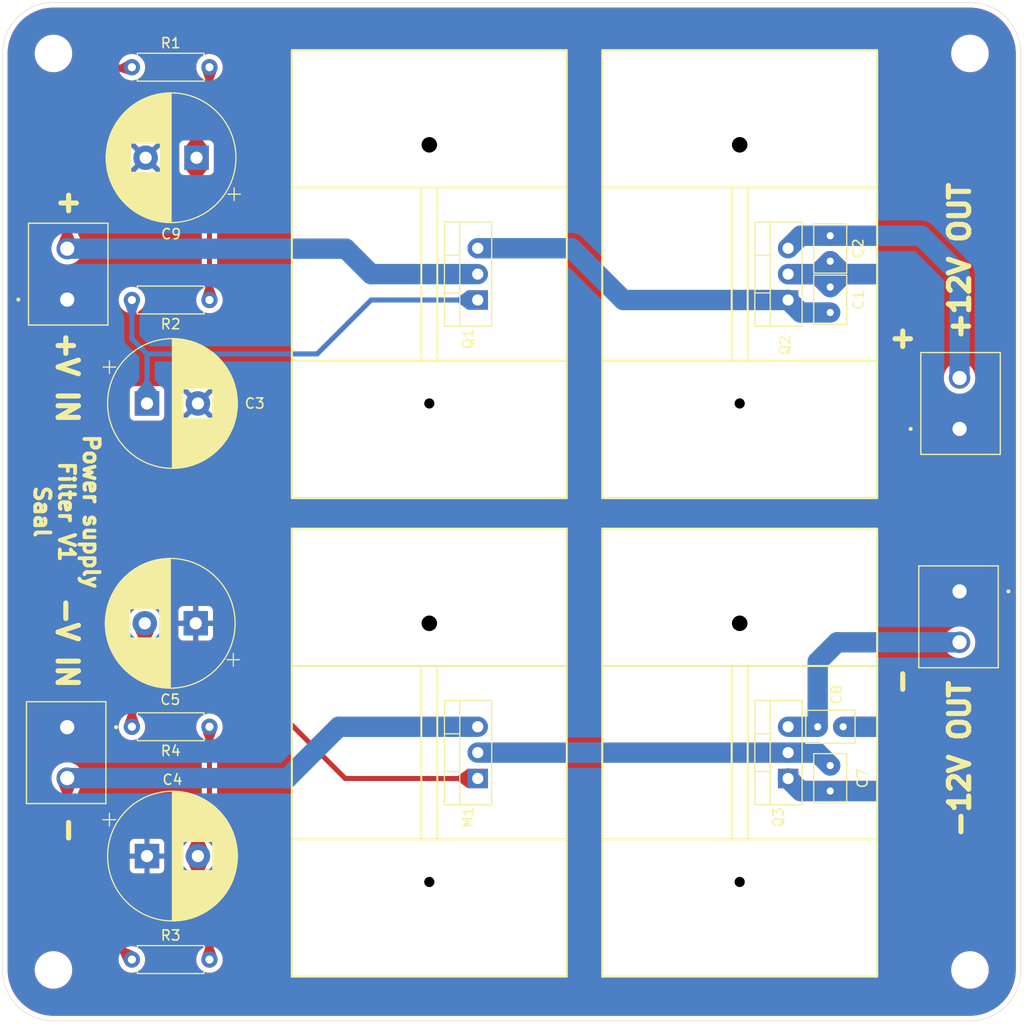
<source format=kicad_pcb>
(kicad_pcb (version 20240108) (generator "pcbnew") (generator_version "8.0")
  (layers (0 "F.Cu" signal) (31 "B.Cu" signal) (34 "B.Paste" user) (35 "F.Paste" user) (36 "B.SilkS" user "B.Silkscreen") (37 "F.SilkS" user "F.Silkscreen") (38 "B.Mask" user) (39 "F.Mask" user) (44 "Edge.Cuts" user))
  (net 0 "")
  (net 1 "GND")
  (net 2 "Net-(J1-Pin_2)")
  (net 3 "Net-(J4-Pin_2)")
  (net 4 "Net-(M1-C)")
  (net 5 "Net-(M1-B)")
  (net 6 "Net-(Q1-B)")
  (net 7 "Net-(Q1-E)")
  (net 8 "Net-(J2-Pin_2)")
  (net 9 "Net-(J3-Pin_2)")
  (net 10 "Net-(C4-Pad2)")
  (net 11 "Net-(C9-Pad1)")
  (footprint "analog_computing:Boyd Laconia, 529802B02500G, HEATSINK" (layer "F.Cu") (at 123.19 124.46 90)
    (property "Reference" "HS4" (hide yes))
    (property "Value" "Heatsink" (hide yes))
    (pad "" np_thru_hole circle (at -12.7 0 90) (size 1 1) (drill 3.4) (layers "*.Mask"))
    (pad "" np_thru_hole circle (at 12.7 0 90) (size 1.524 1.524) (drill 3.4) (layers "*.Mask"))
    (zone (net 0) (net_name "") (layers "F&B.Cu") (connect_pads (clearance 0)) (min_thickness 0.25)
      (keepout (tracks allowed) (vias allowed) (pads allowed) (copperpour not_allowed) (footprints allowed))
      (fill (thermal_gap 0.5) (thermal_bridge_width 0.5))
      (polygon (pts (xy 109.69 146.46) (xy 109.69 102.46) (xy 136.69 102.46) (xy 136.69 146.46)))
    )
  )
  (footprint "Capacitor_THT:C_Rect_L4.6mm_W3.0mm_P2.50mm_MKS02_FKP02" (layer "F.Cu") (at 133.35 121.92 180)
    (property "Reference" "C8" (at 0.635 3.175 90) (layer "F.SilkS"))
    (property "Value" "1u")
    (pad "1" thru_hole circle (at 0 0 180) (size 1.4 1.4) (drill 0.7) (layers "*.Cu" "*.Mask") (net 1 "GND"))
    (pad "2" thru_hole circle (at 2.5 0 180) (size 1.4 1.4) (drill 0.7) (layers "*.Cu" "*.Mask") (net 9 "Net-(J3-Pin_2)"))
  )
  (footprint "Resistor_THT:R_Axial_DIN0207_L6.3mm_D2.5mm_P7.62mm_Horizontal" (layer "F.Cu") (at 63.5 57.15)
    (property "Reference" "R1" (at 3.81 -2.37 0) (layer "F.SilkS"))
    (property "Value" "1k")
    (pad "1" thru_hole circle (at 0 0) (size 1.6 1.6) (drill 0.8) (layers "*.Cu" "*.Mask") (net 2 "Net-(J1-Pin_2)"))
    (pad "2" thru_hole oval (at 7.62 0) (size 1.6 1.6) (drill 0.8) (layers "*.Cu" "*.Mask") (net 11 "Net-(C9-Pad1)"))
  )
  (footprint "analog_computing:Boyd Laconia, 529802B02500G, HEATSINK" (layer "F.Cu") (at 123.19 77.47 90)
    (property "Reference" "HS2" (hide yes))
    (property "Value" "Heatsink" (hide yes))
    (pad "" np_thru_hole circle (at -12.7 0 90) (size 1 1) (drill 3.4) (layers "*.Mask"))
    (pad "" np_thru_hole circle (at 12.7 0 90) (size 1.524 1.524) (drill 3.4) (layers "*.Mask"))
    (zone (net 0) (net_name "") (layers "F&B.Cu") (connect_pads (clearance 0)) (min_thickness 0.25)
      (keepout (tracks allowed) (vias allowed) (pads allowed) (copperpour not_allowed) (footprints allowed))
      (fill (thermal_gap 0.5) (thermal_bridge_width 0.5))
      (polygon (pts (xy 109.69 99.47) (xy 109.69 55.47) (xy 136.69 55.47) (xy 136.69 99.47)))
    )
  )
  (footprint "Capacitor_THT:CP_Radial_D12.5mm_P5.00mm" (layer "F.Cu") (at 69.85 66.04 180)
    (property "Reference" "C9" (at 2.5 -7.5 0) (layer "F.SilkS"))
    (property "Value" "C_Polarized")
    (pad "1" thru_hole rect (at 0 0 180) (size 2.4 2.4) (drill 1.2) (layers "*.Cu" "*.Mask") (net 11 "Net-(C9-Pad1)"))
    (pad "2" thru_hole circle (at 5 0 180) (size 2.4 2.4) (drill 1.2) (layers "*.Cu" "*.Mask") (net 1 "GND"))
  )
  (footprint "Package_TO_SOT_THT:TO-220-3_Vertical" (layer "F.Cu") (at 127.945 127 90)
    (property "Reference" "Q3" (at -3.81 -0.945 90) (layer "F.SilkS"))
    (property "Value" "LM7912CT")
    (pad "1" thru_hole rect (at 0 0 90) (size 1.905 2) (drill 1.1) (layers "*.Cu" "*.Mask") (net 1 "GND"))
    (pad "2" thru_hole oval (at 2.54 0 90) (size 1.905 2) (drill 1.1) (layers "*.Cu" "*.Mask") (net 4 "Net-(M1-C)"))
    (pad "3" thru_hole oval (at 5.08 0 90) (size 1.905 2) (drill 1.1) (layers "*.Cu" "*.Mask") (net 9 "Net-(J3-Pin_2)"))
  )
  (footprint "analog_computing:Boyd Laconia, 529802B02500G, HEATSINK" (layer "F.Cu") (at 92.71 77.47 90)
    (property "Reference" "HS1" (hide yes))
    (property "Value" "Heatsink" (hide yes))
    (pad "" np_thru_hole circle (at -12.7 0 90) (size 1 1) (drill 3.4) (layers "*.Mask"))
    (pad "" np_thru_hole circle (at 12.7 0 90) (size 1.524 1.524) (drill 3.4) (layers "*.Mask"))
    (zone (net 0) (net_name "") (layers "F&B.Cu") (connect_pads (clearance 0)) (min_thickness 0.25)
      (keepout (tracks allowed) (vias allowed) (pads allowed) (copperpour not_allowed) (footprints allowed))
      (fill (thermal_gap 0.5) (thermal_bridge_width 0.5))
      (polygon (pts (xy 79.21 99.47) (xy 79.21 55.47) (xy 106.21 55.47) (xy 106.21 99.47)))
    )
  )
  (footprint "analog_computing:Boyd Laconia, 529802B02500G, HEATSINK" (layer "F.Cu") (at 92.71 124.46 90)
    (property "Reference" "HS3" (hide yes))
    (property "Value" "Heatsink" (hide yes))
    (pad "" np_thru_hole circle (at -12.7 0 90) (size 1 1) (drill 3.4) (layers "*.Mask"))
    (pad "" np_thru_hole circle (at 12.7 0 90) (size 1.524 1.524) (drill 3.4) (layers "*.Mask"))
    (zone (net 0) (net_name "") (layers "F&B.Cu") (connect_pads (clearance 0)) (min_thickness 0.25)
      (keepout (tracks allowed) (vias allowed) (pads allowed) (copperpour not_allowed) (footprints allowed))
      (fill (thermal_gap 0.5) (thermal_bridge_width 0.5))
      (polygon (pts (xy 79.21 146.46) (xy 79.21 102.46) (xy 106.21 102.46) (xy 106.21 146.46)))
    )
  )
  (footprint "Resistor_THT:R_Axial_DIN0207_L6.3mm_D2.5mm_P7.62mm_Horizontal" (layer "F.Cu") (at 71.12 121.92 180)
    (property "Reference" "R4" (at 3.81 -2.37 0) (layer "F.SilkS"))
    (property "Value" "1k")
    (pad "1" thru_hole circle (at 0 0 180) (size 1.6 1.6) (drill 0.8) (layers "*.Cu" "*.Mask") (net 10 "Net-(C4-Pad2)"))
    (pad "2" thru_hole oval (at 7.62 0 180) (size 1.6 1.6) (drill 0.8) (layers "*.Cu" "*.Mask") (net 5 "Net-(M1-B)"))
  )
  (footprint "Resistor_THT:R_Axial_DIN0207_L6.3mm_D2.5mm_P7.62mm_Horizontal" (layer "F.Cu") (at 63.5 144.78)
    (property "Reference" "R3" (at 3.81 -2.37 0) (layer "F.SilkS"))
    (property "Value" "1k")
    (pad "1" thru_hole circle (at 0 0) (size 1.6 1.6) (drill 0.8) (layers "*.Cu" "*.Mask") (net 3 "Net-(J4-Pin_2)"))
    (pad "2" thru_hole oval (at 7.62 0) (size 1.6 1.6) (drill 0.8) (layers "*.Cu" "*.Mask") (net 10 "Net-(C4-Pad2)"))
  )
  (footprint "MountingHole:MountingHole_3.2mm_M3_DIN965" (layer "F.Cu") (at 55.8 145.8)
    (property "Reference" "H4" (hide yes))
    (property "Value" "MountingHole")
    (pad "" np_thru_hole circle (at 0 0) (size 3.2 3.2) (drill 3.2) (layers "*.Cu" "*.Mask"))
  )
  (footprint "MountingHole:MountingHole_3.2mm_M3_DIN965" (layer "F.Cu") (at 55.8 55.8)
    (property "Reference" "H1" (hide yes))
    (property "Value" "MountingHole")
    (pad "" np_thru_hole circle (at 0 0) (size 3.2 3.2) (drill 3.2) (layers "*.Cu" "*.Mask"))
  )
  (footprint "analog_computing:TerminalBlock_TB003-500-P02BE" (layer "F.Cu") (at 57.15 124.46 -90)
    (property "Reference" "J4" (hide yes))
    (property "Value" "Screw_Terminal_01x02" (hide yes))
    (pad "1" thru_hole rect (at -2.5 0 270) (size 2.1 2.1) (drill 1.4) (layers "*.Cu" "*.Mask") (net 1 "GND"))
    (pad "2" thru_hole circle (at 2.5 0 270) (size 2.1 2.1) (drill 1.4) (layers "*.Cu" "*.Mask") (net 3 "Net-(J4-Pin_2)"))
  )
  (footprint "analog_computing:TerminalBlock_TB003-500-P02BE" (layer "F.Cu") (at 144.78 111.125 -90)
    (property "Reference" "J3" (hide yes))
    (property "Value" "Screw_Terminal_01x02" (hide yes))
    (pad "1" thru_hole rect (at -2.5 0 270) (size 2.1 2.1) (drill 1.4) (layers "*.Cu" "*.Mask") (net 1 "GND"))
    (pad "2" thru_hole circle (at 2.5 0 270) (size 2.1 2.1) (drill 1.4) (layers "*.Cu" "*.Mask") (net 9 "Net-(J3-Pin_2)"))
  )
  (footprint "Package_TO_SOT_THT:TO-220-3_Vertical" (layer "F.Cu") (at 127.945 80.01 90)
    (property "Reference" "Q2" (at -4.445 -0.31 90) (layer "F.SilkS"))
    (property "Value" "LM340T-12/NOPB")
    (pad "1" thru_hole rect (at 0 0 90) (size 1.905 2) (drill 1.1) (layers "*.Cu" "*.Mask") (net 7 "Net-(Q1-E)"))
    (pad "2" thru_hole oval (at 2.54 0 90) (size 1.905 2) (drill 1.1) (layers "*.Cu" "*.Mask") (net 1 "GND"))
    (pad "3" thru_hole oval (at 5.08 0 90) (size 1.905 2) (drill 1.1) (layers "*.Cu" "*.Mask") (net 8 "Net-(J2-Pin_2)"))
  )
  (footprint "Package_TO_SOT_THT:TO-220-3_Vertical" (layer "F.Cu") (at 97.465 80.01 90)
    (property "Reference" "Q1" (at -3.81 -0.945 90) (layer "F.SilkS"))
    (property "Value" "Q_NPN_Darlington_BCE" (hide yes))
    (pad "1" thru_hole rect (at 0 0 90) (size 1.905 2) (drill 1.1) (layers "*.Cu" "*.Mask") (net 6 "Net-(Q1-B)"))
    (pad "2" thru_hole oval (at 2.54 0 90) (size 1.905 2) (drill 1.1) (layers "*.Cu" "*.Mask") (net 2 "Net-(J1-Pin_2)"))
    (pad "3" thru_hole oval (at 5.08 0 90) (size 1.905 2) (drill 1.1) (layers "*.Cu" "*.Mask") (net 7 "Net-(Q1-E)"))
  )
  (footprint "Capacitor_THT:CP_Radial_D12.5mm_P5.00mm" (layer "F.Cu") (at 64.986041 90.17)
    (property "Reference" "C3" (at 10.578959 0 0) (layer "F.SilkS"))
    (property "Value" "C_Polarized")
    (pad "1" thru_hole rect (at 0 0) (size 2.4 2.4) (drill 1.2) (layers "*.Cu" "*.Mask") (net 6 "Net-(Q1-B)"))
    (pad "2" thru_hole circle (at 5 0) (size 2.4 2.4) (drill 1.2) (layers "*.Cu" "*.Mask") (net 1 "GND"))
  )
  (footprint "Capacitor_THT:CP_Radial_D12.5mm_P5.00mm" (layer "F.Cu") (at 69.77 111.76 180)
    (property "Reference" "C5" (at 2.5 -7.5 0) (layer "F.SilkS"))
    (property "Value" "C_Polarized")
    (pad "1" thru_hole rect (at 0 0 180) (size 2.4 2.4) (drill 1.2) (layers "*.Cu" "*.Mask") (net 1 "GND"))
    (pad "2" thru_hole circle (at 5 0 180) (size 2.4 2.4) (drill 1.2) (layers "*.Cu" "*.Mask") (net 5 "Net-(M1-B)"))
  )
  (footprint "analog_computing:TerminalBlock_TB003-500-P02BE" (layer "F.Cu") (at 144.78 90.17 90)
    (property "Reference" "J2" (hide yes))
    (property "Value" "Screw_Terminal_01x02" (hide yes))
    (pad "1" thru_hole rect (at -2.5 0 90) (size 2.1 2.1) (drill 1.4) (layers "*.Cu" "*.Mask") (net 1 "GND"))
    (pad "2" thru_hole circle (at 2.5 0 90) (size 2.1 2.1) (drill 1.4) (layers "*.Cu" "*.Mask") (net 8 "Net-(J2-Pin_2)"))
  )
  (footprint "Capacitor_THT:C_Rect_L4.6mm_W3.0mm_P2.50mm_MKS02_FKP02" (layer "F.Cu") (at 132.08 81.24 90)
    (property "Reference" "C1" (at 1.23 2.794 90) (layer "F.SilkS"))
    (property "Value" "2.2u")
    (pad "1" thru_hole circle (at 0 0 90) (size 1.4 1.4) (drill 0.7) (layers "*.Cu" "*.Mask") (net 7 "Net-(Q1-E)"))
    (pad "2" thru_hole circle (at 2.5 0 90) (size 1.4 1.4) (drill 0.7) (layers "*.Cu" "*.Mask") (net 1 "GND"))
  )
  (footprint "Capacitor_THT:C_Rect_L4.6mm_W3.0mm_P2.50mm_MKS02_FKP02" (layer "F.Cu") (at 132.08 128.23 90)
    (property "Reference" "C7" (at 1.25 3.175 90) (layer "F.SilkS"))
    (property "Value" "2.2u")
    (pad "1" thru_hole circle (at 0 0 90) (size 1.4 1.4) (drill 0.7) (layers "*.Cu" "*.Mask") (net 1 "GND"))
    (pad "2" thru_hole circle (at 2.5 0 90) (size 1.4 1.4) (drill 0.7) (layers "*.Cu" "*.Mask") (net 4 "Net-(M1-C)"))
  )
  (footprint "MountingHole:MountingHole_3.2mm_M3_DIN965" (layer "F.Cu") (at 145.8 55.8)
    (property "Reference" "H2" (hide yes))
    (property "Value" "MountingHole")
    (pad "" np_thru_hole circle (at 0 0) (size 3.2 3.2) (drill 3.2) (layers "*.Cu" "*.Mask"))
  )
  (footprint "Capacitor_THT:CP_Radial_D12.5mm_P5.00mm" (layer "F.Cu") (at 64.986041 134.62)
    (property "Reference" "C4" (at 2.5 -7.5 0) (layer "F.SilkS"))
    (property "Value" "C_Polarized")
    (pad "1" thru_hole rect (at 0 0) (size 2.4 2.4) (drill 1.2) (layers "*.Cu" "*.Mask") (net 1 "GND"))
    (pad "2" thru_hole circle (at 5 0) (size 2.4 2.4) (drill 1.2) (layers "*.Cu" "*.Mask") (net 10 "Net-(C4-Pad2)"))
  )
  (footprint "Capacitor_THT:C_Rect_L4.6mm_W3.0mm_P2.50mm_MKS02_FKP02" (layer "F.Cu") (at 132.08 73.7 -90)
    (property "Reference" "C2" (at 1.25 -2.75 90) (layer "F.SilkS"))
    (property "Value" "1u")
    (pad "1" thru_hole circle (at 0 0 270) (size 1.4 1.4) (drill 0.7) (layers "*.Cu" "*.Mask") (net 8 "Net-(J2-Pin_2)"))
    (pad "2" thru_hole circle (at 2.5 0 270) (size 1.4 1.4) (drill 0.7) (layers "*.Cu" "*.Mask") (net 1 "GND"))
  )
  (footprint "Package_TO_SOT_THT:TO-220-3_Vertical" (layer "F.Cu") (at 97.465 127 90)
    (property "Reference" "M1" (at -3.81 -0.945 90) (layer "F.SilkS"))
    (property "Value" "Q_PNP_Darlington_BCE")
    (pad "1" thru_hole rect (at 0 0 90) (size 1.905 2) (drill 1.1) (layers "*.Cu" "*.Mask") (net 5 "Net-(M1-B)"))
    (pad "2" thru_hole oval (at 2.54 0 90) (size 1.905 2) (drill 1.1) (layers "*.Cu" "*.Mask") (net 4 "Net-(M1-C)"))
    (pad "3" thru_hole oval (at 5.08 0 90) (size 1.905 2) (drill 1.1) (layers "*.Cu" "*.Mask") (net 3 "Net-(J4-Pin_2)"))
  )
  (footprint "MountingHole:MountingHole_3.2mm_M3_DIN965" (layer "F.Cu") (at 145.8 145.8)
    (property "Reference" "H3" (hide yes))
    (property "Value" "MountingHole")
    (pad "" np_thru_hole circle (at 0 0) (size 3.2 3.2) (drill 3.2) (layers "*.Cu" "*.Mask"))
  )
  (footprint "analog_computing:TerminalBlock_TB003-500-P02BE" (layer "F.Cu") (at 57.15 77.47 90)
    (property "Reference" "J1" (hide yes))
    (property "Value" "Screw_Terminal_01x02" (hide yes))
    (pad "1" thru_hole rect (at -2.5 0 90) (size 2.1 2.1) (drill 1.4) (layers "*.Cu" "*.Mask") (net 1 "GND"))
    (pad "2" thru_hole circle (at 2.5 0 90) (size 2.1 2.1) (drill 1.4) (layers "*.Cu" "*.Mask") (net 2 "Net-(J1-Pin_2)"))
  )
  (footprint "Resistor_THT:R_Axial_DIN0207_L6.3mm_D2.5mm_P7.62mm_Horizontal" (layer "F.Cu") (at 71.12 80.01 180)
    (property "Reference" "R2" (at 3.81 -2.37 0) (layer "F.SilkS"))
    (property "Value" "1k")
    (pad "1" thru_hole circle (at 0 0 180) (size 1.6 1.6) (drill 0.8) (layers "*.Cu" "*.Mask") (net 11 "Net-(C9-Pad1)"))
    (pad "2" thru_hole oval (at 7.62 0 180) (size 1.6 1.6) (drill 0.8) (layers "*.Cu" "*.Mask") (net 6 "Net-(Q1-B)"))
  )
  (gr_line (start 150.8 55.8) (end 150.8 145.8) (stroke (width 0.05)) (layer "Edge.Cuts"))
  (gr_line (start 50.8 145.8) (end 50.8 55.8) (stroke (width 0.05)) (layer "Edge.Cuts"))
  (gr_arc (start 50.8 55.8) (mid 52.264466 52.264466) (end 55.8 50.8) (stroke (width 0.05)) (layer "Edge.Cuts"))
  (gr_line (start 55.8 50.8) (end 145.8 50.8) (stroke (width 0.05)) (layer "Edge.Cuts"))
  (gr_line (start 145.8 150.8) (end 55.8 150.8) (stroke (width 0.05)) (layer "Edge.Cuts"))
  (gr_arc (start 145.8 50.8) (mid 149.335534 52.264466) (end 150.8 55.8) (stroke (width 0.05)) (layer "Edge.Cuts"))
  (gr_arc (start 55.8 150.8) (mid 52.264466 149.335534) (end 50.8 145.8) (stroke (width 0.05)) (layer "Edge.Cuts"))
  (gr_arc (start 150.8 145.8) (mid 149.335534 149.335534) (end 145.8 150.8) (stroke (width 0.05)) (layer "Edge.Cuts"))
  (gr_text "+V IN" (at 57.15 87.63 270) (layer "F.SilkS") (effects (font (size 2 2) (thickness 0.5) (bold yes))))
  (gr_text "-" (at 139.065 117.475 90) (layer "F.SilkS") (effects (font (size 2 2) (thickness 0.5) (bold yes))))
  (gr_text "-V IN" (at 57.15 113.665 270) (layer "F.SilkS") (effects (font (size 2 2) (thickness 0.5) (bold yes))))
  (gr_text "+12V OUT" (at 144.78 76.2 90) (layer "F.SilkS") (effects (font (size 2 2) (thickness 0.5) (bold yes))))
  (gr_text "-" (at 57.15 132.08 90) (layer "F.SilkS") (effects (font (size 2 2) (thickness 0.5) (bold yes))))
  (gr_text "-12V OUT" (at 144.78 125.095 90) (layer "F.SilkS") (effects (font (size 2 2) (thickness 0.5) (bold yes))))
  (gr_text "+" (at 139.065 83.82 90) (layer "F.SilkS") (effects (font (size 2 2) (thickness 0.5) (bold yes))))
  (gr_text "Power supply\nFilter V1\nSaal" (at 57.1 100.8 270) (layer "F.SilkS") (effects (font (size 1.5 1.5) (thickness 0.375) (bold yes))))
  (gr_text "+" (at 57.15 70.485 90) (layer "F.SilkS") (effects (font (size 2 2) (thickness 0.5) (bold yes))))
  (segment (start 127.945 127) (end 129.175 128.23) (width 2) (layer "F.Cu") (net 1))
  (segment (start 132.08 128.23) (end 138.39 128.23) (width 2) (layer "F.Cu") (net 1))
  (segment (start 127.945 77.47) (end 130.81 77.47) (width 2) (layer "F.Cu") (net 1))
  (segment (start 130.81 77.47) (end 132.08 76.2) (width 2) (layer "F.Cu") (net 1))
  (segment (start 133.35 77.47) (end 138.43 77.47) (width 2) (layer "F.Cu") (net 1))
  (segment (start 129.175 128.23) (end 132.08 128.23) (width 2) (layer "F.Cu") (net 1))
  (segment (start 130.81 77.47) (end 132.08 78.74) (width 2) (layer "F.Cu") (net 1))
  (segment (start 132.08 76.2) (end 133.35 77.47) (width 2) (layer "F.Cu") (net 1))
  (segment (start 133.35 77.47) (end 132.08 78.74) (width 2) (layer "F.Cu") (net 1))
  (segment (start 133.35 121.92) (end 138.43 121.92) (width 2) (layer "F.Cu") (net 1))
  (segment (start 138.39 128.23) (end 138.43 128.27) (width 2) (layer "F.Cu") (net 1))
  (segment (start 137.16 77.47) (end 138.43 77.47) (width 2) (layer "B.Cu") (net 1))
  (segment (start 127.945 77.47) (end 130.81 77.47) (width 2) (layer "B.Cu") (net 1))
  (segment (start 133.35 77.47) (end 132.08 78.74) (width 2) (layer "B.Cu") (net 1))
  (segment (start 132.08 76.2) (end 133.35 77.47) (width 2) (layer "B.Cu") (net 1))
  (segment (start 129.175 128.23) (end 127.945 127) (width 2) (layer "B.Cu") (net 1))
  (segment (start 130.81 77.47) (end 132.08 76.2) (width 2) (layer "B.Cu") (net 1))
  (segment (start 132.08 128.23) (end 129.175 128.23) (width 2) (layer "B.Cu") (net 1))
  (segment (start 130.81 77.47) (end 132.08 78.74) (width 2) (layer "B.Cu") (net 1))
  (segment (start 133.35 77.47) (end 137.16 77.47) (width 2) (layer "B.Cu") (net 1))
  (segment (start 132.08 128.23) (end 139.66 128.23) (width 2) (layer "B.Cu") (net 1))
  (segment (start 133.35 121.92) (end 138.43 121.92) (width 2) (layer "B.Cu") (net 1))
  (segment (start 138.43 77.47) (end 133.35 77.47) (width 2) (layer "B.Cu") (net 1))
  (segment (start 139.7 128.27) (end 139.66 128.23) (width 2) (layer "B.Cu") (net 1))
  (segment (start 57.15 62.23) (end 62.23 57.15) (width 0.5) (layer "F.Cu") (net 2))
  (segment (start 57.15 74.97) (end 57.15 62.23) (width 0.5) (layer "F.Cu") (net 2))
  (segment (start 62.23 57.15) (end 63.5 57.15) (width 0.5) (layer "F.Cu") (net 2))
  (segment (start 86.995 77.47) (end 84.495 74.97) (width 2) (layer "B.Cu") (net 2))
  (segment (start 84.495 74.97) (end 57.15 74.97) (width 2) (layer "B.Cu") (net 2))
  (segment (start 97.465 77.47) (end 86.995 77.47) (width 2) (layer "B.Cu") (net 2))
  (segment (start 63.5 144.78) (end 57.15 138.43) (width 0.5) (layer "F.Cu") (net 3))
  (segment (start 57.15 138.43) (end 57.15 126.96) (width 0.5) (layer "F.Cu") (net 3))
  (segment (start 78.74 127) (end 83.82 121.92) (width 2) (layer "B.Cu") (net 3))
  (segment (start 83.82 121.92) (end 97.465 121.92) (width 2) (layer "B.Cu") (net 3))
  (segment (start 78.7 126.96) (end 78.74 127) (width 2) (layer "B.Cu") (net 3))
  (segment (start 57.15 126.96) (end 78.7 126.96) (width 2) (layer "B.Cu") (net 3))
  (segment (start 127.945 124.46) (end 130.81 124.46) (width 2) (layer "B.Cu") (net 4))
  (segment (start 97.465 124.46) (end 127.945 124.46) (width 2) (layer "B.Cu") (net 4))
  (segment (start 130.81 124.46) (end 132.08 125.73) (width 2) (layer "B.Cu") (net 4))
  (segment (start 84.455 127) (end 97.465 127) (width 0.5) (layer "F.Cu") (net 5))
  (segment (start 63.5 121.92) (end 63.5 118.11) (width 0.5) (layer "F.Cu") (net 5))
  (segment (start 74.295 116.84) (end 84.455 127) (width 0.5) (layer "F.Cu") (net 5))
  (segment (start 64.77 116.84) (end 64.77 111.76) (width 0.5) (layer "F.Cu") (net 5))
  (segment (start 63.5 118.11) (end 64.77 116.84) (width 0.5) (layer "F.Cu") (net 5))
  (segment (start 64.77 116.84) (end 74.295 116.84) (width 0.5) (layer "F.Cu") (net 5))
  (segment (start 63.5 80.01) (end 63.5 83.82) (width 0.5) (layer "B.Cu") (net 6))
  (segment (start 86.995 80.01) (end 97.465 80.01) (width 0.5) (layer "B.Cu") (net 6))
  (segment (start 81.698959 85.306041) (end 86.995 80.01) (width 0.5) (layer "B.Cu") (net 6))
  (segment (start 64.986041 85.306041) (end 81.698959 85.306041) (width 0.5) (layer "B.Cu") (net 6))
  (segment (start 64.986041 85.306041) (end 64.986041 90.17) (width 0.5) (layer "B.Cu") (net 6))
  (segment (start 63.5 83.82) (end 64.986041 85.306041) (width 0.5) (layer "B.Cu") (net 6))
  (segment (start 106.68 74.93) (end 111.76 80.01) (width 2) (layer "B.Cu") (net 7))
  (segment (start 111.76 80.01) (end 127.945 80.01) (width 2) (layer "B.Cu") (net 7))
  (segment (start 127.945 80.01) (end 129.175 81.24) (width 2) (layer "B.Cu") (net 7))
  (segment (start 129.175 81.24) (end 132.08 81.24) (width 2) (layer "B.Cu") (net 7))
  (segment (start 97.465 74.93) (end 106.68 74.93) (width 2) (layer "B.Cu") (net 7))
  (segment (start 132.08 73.7) (end 141.01 73.7) (width 2) (layer "B.Cu") (net 8))
  (segment (start 141.01 73.7) (end 144.78 77.47) (width 2) (layer "B.Cu") (net 8))
  (segment (start 144.78 77.47) (end 144.78 87.67) (width 2) (layer "B.Cu") (net 8))
  (segment (start 129.175 73.7) (end 132.08 73.7) (width 2) (layer "B.Cu") (net 8))
  (segment (start 127.945 74.93) (end 129.175 73.7) (width 2) (layer "B.Cu") (net 8))
  (segment (start 127.945 121.92) (end 130.85 121.92) (width 2) (layer "B.Cu") (net 9))
  (segment (start 132.755 113.625) (end 130.85 115.53) (width 2) (layer "B.Cu") (net 9))
  (segment (start 144.78 113.625) (end 132.755 113.625) (width 2) (layer "B.Cu") (net 9))
  (segment (start 130.85 115.53) (end 130.85 121.92) (width 2) (layer "B.Cu") (net 9))
  (segment (start 69.986041 137.296041) (end 71.12 138.43) (width 0.5) (layer "F.Cu") (net 10))
  (segment (start 71.12 121.92) (end 71.12 129.54) (width 0.5) (layer "F.Cu") (net 10))
  (segment (start 71.12 129.54) (end 69.986041 130.673959) (width 0.5) (layer "F.Cu") (net 10))
  (segment (start 69.986041 134.62) (end 69.986041 137.296041) (width 0.5) (layer "F.Cu") (net 10))
  (segment (start 71.12 138.43) (end 71.12 144.78) (width 0.5) (layer "F.Cu") (net 10))
  (segment (start 69.986041 130.673959) (end 69.986041 134.62) (width 0.5) (layer "F.Cu") (net 10))
  (segment (start 69.85 62.23) (end 69.85 66.04) (width 0.5) (layer "F.Cu") (net 11))
  (segment (start 71.12 60.96) (end 69.85 62.23) (width 0.5) (layer "F.Cu") (net 11))
  (segment (start 71.12 72.39) (end 71.12 80.01) (width 0.5) (layer "F.Cu") (net 11))
  (segment (start 71.12 57.15) (end 71.12 60.96) (width 0.5) (layer "F.Cu") (net 11))
  (segment (start 69.85 66.04) (end 69.85 71.12) (width 0.5) (layer "F.Cu") (net 11))
  (segment (start 69.85 71.12) (end 71.12 72.39) (width 0.5) (layer "F.Cu") (net 11))
  (zone (net 1) (net_name "GND") (layers "F&B.Cu") (priority 1) (connect_pads yes (clearance 0.5)) (min_thickness 0.25) (fill yes (thermal_gap 0.5) (thermal_bridge_width 0.5))
    (polygon (pts (xy 54.61 77.47) (xy 60.325 77.47) (xy 60.325 82.55) (xy 54.61 82.55)))
  )
  (zone (net 1) (net_name "GND") (layers "F&B.Cu") (priority 1) (connect_pads yes (clearance 0.5)) (min_thickness 0.25) (fill yes (thermal_gap 0.5) (thermal_bridge_width 0.5))
    (polygon (pts (xy 142.04 106.125) (xy 147.755 106.125) (xy 147.755 111.205) (xy 142.04 111.205)))
  )
  (zone (net 1) (net_name "GND") (layers "F&B.Cu") (priority 1) (connect_pads yes (clearance 0.5)) (min_thickness 0.25) (fill yes (thermal_gap 0.5) (thermal_bridge_width 0.5))
    (polygon (pts (xy 53.975 119.38) (xy 59.69 119.38) (xy 59.69 124.46) (xy 53.975 124.46)))
  )
  (zone (net 1) (net_name "GND") (layers "F&B.Cu") (connect_pads (clearance 0.5)) (min_thickness 0.25) (fill yes (thermal_gap 0.5) (thermal_bridge_width 0.5))
    (polygon (pts (xy 50.8 50.8) (xy 151.13 50.8) (xy 151.13 151.13) (xy 50.8 151.13)))
  )
  (zone (net 1) (net_name "GND") (layers "F&B.Cu") (priority 1) (connect_pads yes (clearance 0.5)) (min_thickness 0.25) (fill yes (thermal_gap 0.5) (thermal_bridge_width 0.5))
    (polygon (pts (xy 142.24 90.17) (xy 147.955 90.17) (xy 147.955 95.25) (xy 142.24 95.25)))
  )
)
</source>
